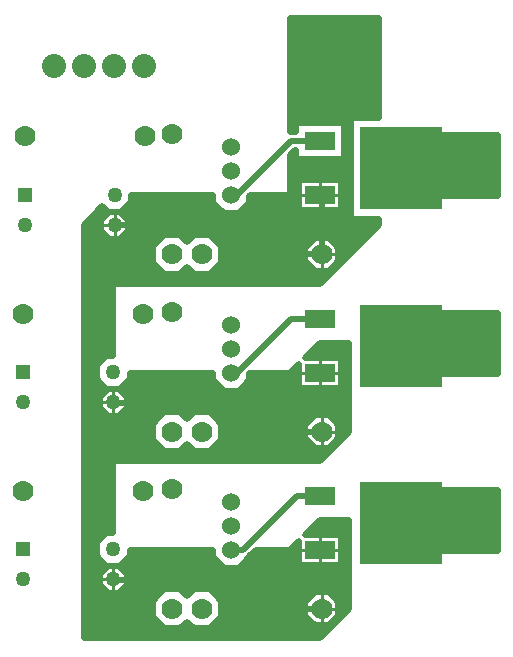
<source format=gbr>
G04 PROTEUS GERBER X2 FILE*
%TF.GenerationSoftware,Labcenter,Proteus,8.6-SP2-Build23525*%
%TF.CreationDate,2017-06-21T11:24:34+00:00*%
%TF.FileFunction,Copper,L1,Top*%
%TF.FilePolarity,Positive*%
%TF.Part,Single*%
%FSLAX45Y45*%
%MOMM*%
G01*
%TA.AperFunction,Conductor*%
%ADD10C,0.508000*%
%ADD11C,0.635000*%
%ADD12C,0.254000*%
%TA.AperFunction,ComponentPad*%
%ADD13C,1.524000*%
%TA.AperFunction,SMDPad,CuDef*%
%ADD14R,6.985000X6.985000*%
%ADD15R,2.540000X1.524000*%
%TA.AperFunction,ComponentPad*%
%ADD16C,1.778000*%
%TA.AperFunction,ComponentPad*%
%ADD17R,1.270000X1.270000*%
%ADD18C,1.270000*%
%ADD19C,2.032000*%
%TD.AperFunction*%
G36*
X-5500000Y+3250000D02*
X-5500000Y+3750000D01*
X-5000000Y+3750000D01*
X-5000000Y+3250000D01*
X-5500000Y+3250000D01*
G37*
G36*
X-6000000Y+3904049D02*
X-6234569Y+3904049D01*
X-6234569Y+3053151D01*
X-6000000Y+3053151D01*
X-6000000Y+3000000D01*
X-6500000Y+2500000D01*
X-8250000Y+2500000D01*
X-8250000Y+1893699D01*
X-8307865Y+1893699D01*
X-8389699Y+1811865D01*
X-8389699Y+1696135D01*
X-8307865Y+1614301D01*
X-8192135Y+1614301D01*
X-8110301Y+1696135D01*
X-8110301Y+1750000D01*
X-7402399Y+1750000D01*
X-7402399Y+1686874D01*
X-7313126Y+1597601D01*
X-7186874Y+1597601D01*
X-7097601Y+1686874D01*
X-7097601Y+1744639D01*
X-7092240Y+1750000D01*
X-6750000Y+1750000D01*
X-6677799Y+1822201D01*
X-6677799Y+1623001D01*
X-6322201Y+1623001D01*
X-6322201Y+1876999D01*
X-6623001Y+1876999D01*
X-6500000Y+2000000D01*
X-6250000Y+2000000D01*
X-6250000Y+1250000D01*
X-6500000Y+1000000D01*
X-8250000Y+1000000D01*
X-8250000Y+393699D01*
X-8307865Y+393699D01*
X-8389699Y+311865D01*
X-8389699Y+196135D01*
X-8307865Y+114301D01*
X-8192135Y+114301D01*
X-8110301Y+196135D01*
X-8110301Y+250000D01*
X-7402399Y+250000D01*
X-7402399Y+186874D01*
X-7313126Y+97601D01*
X-7186874Y+97601D01*
X-7097601Y+186874D01*
X-7097601Y+194639D01*
X-7042240Y+250000D01*
X-6750000Y+250000D01*
X-6677799Y+322201D01*
X-6677799Y+123001D01*
X-6322201Y+123001D01*
X-6322201Y+376999D01*
X-6623001Y+376999D01*
X-6500000Y+500000D01*
X-6250000Y+500000D01*
X-6250000Y-250000D01*
X-6500000Y-500000D01*
X-8500000Y-500000D01*
X-8500000Y+3000000D01*
X-8342782Y+3157218D01*
X-8295865Y+3110301D01*
X-8180135Y+3110301D01*
X-8098301Y+3192135D01*
X-8098301Y+3250000D01*
X-7402399Y+3250000D01*
X-7402399Y+3186874D01*
X-7313126Y+3097601D01*
X-7186874Y+3097601D01*
X-7097601Y+3186874D01*
X-7097601Y+3244639D01*
X-7092240Y+3250000D01*
X-6750000Y+3250000D01*
X-6750000Y+3592240D01*
X-6711239Y+3631001D01*
X-6703199Y+3631001D01*
X-6703199Y+3554801D01*
X-6296801Y+3554801D01*
X-6296801Y+3859599D01*
X-6703199Y+3859599D01*
X-6703199Y+3783399D01*
X-6750000Y+3783399D01*
X-6750000Y+4750000D01*
X-6000000Y+4750000D01*
X-6000000Y+3904049D01*
G37*
%LPC*%
G36*
X-6677799Y+3376999D02*
X-6677799Y+3123001D01*
X-6322201Y+3123001D01*
X-6322201Y+3376999D01*
X-6677799Y+3376999D01*
G37*
G36*
X-7334901Y+2818386D02*
X-7334901Y+2681614D01*
X-7431614Y+2584901D01*
X-7568386Y+2584901D01*
X-7625000Y+2641515D01*
X-7681614Y+2584901D01*
X-7818386Y+2584901D01*
X-7915099Y+2681614D01*
X-7915099Y+2818386D01*
X-7818386Y+2915099D01*
X-7681614Y+2915099D01*
X-7625000Y+2858485D01*
X-7568386Y+2915099D01*
X-7431614Y+2915099D01*
X-7334901Y+2818386D01*
G37*
G36*
X-6541865Y+2610301D02*
X-6426135Y+2610301D01*
X-6344301Y+2692135D01*
X-6344301Y+2807865D01*
X-6426135Y+2889699D01*
X-6541865Y+2889699D01*
X-6623699Y+2807865D01*
X-6623699Y+2692135D01*
X-6541865Y+2610301D01*
G37*
G36*
X-8352299Y+3043344D02*
X-8352299Y+2948656D01*
X-8285344Y+2881701D01*
X-8190656Y+2881701D01*
X-8123701Y+2948656D01*
X-8123701Y+3043344D01*
X-8190656Y+3110299D01*
X-8285344Y+3110299D01*
X-8352299Y+3043344D01*
G37*
G36*
X-7334901Y+1318386D02*
X-7334901Y+1181614D01*
X-7431614Y+1084901D01*
X-7568386Y+1084901D01*
X-7625000Y+1141515D01*
X-7681614Y+1084901D01*
X-7818386Y+1084901D01*
X-7915099Y+1181614D01*
X-7915099Y+1318386D01*
X-7818386Y+1415099D01*
X-7681614Y+1415099D01*
X-7625000Y+1358485D01*
X-7568386Y+1415099D01*
X-7431614Y+1415099D01*
X-7334901Y+1318386D01*
G37*
G36*
X-6541865Y+1110301D02*
X-6426135Y+1110301D01*
X-6344301Y+1192135D01*
X-6344301Y+1307865D01*
X-6426135Y+1389699D01*
X-6541865Y+1389699D01*
X-6623699Y+1307865D01*
X-6623699Y+1192135D01*
X-6541865Y+1110301D01*
G37*
G36*
X-7334901Y-181614D02*
X-7334901Y-318386D01*
X-7431614Y-415099D01*
X-7568386Y-415099D01*
X-7625000Y-358485D01*
X-7681614Y-415099D01*
X-7818386Y-415099D01*
X-7915099Y-318386D01*
X-7915099Y-181614D01*
X-7818386Y-84901D01*
X-7681614Y-84901D01*
X-7625000Y-141515D01*
X-7568386Y-84901D01*
X-7431614Y-84901D01*
X-7334901Y-181614D01*
G37*
G36*
X-6541865Y-389699D02*
X-6426135Y-389699D01*
X-6344301Y-307865D01*
X-6344301Y-192135D01*
X-6426135Y-110301D01*
X-6541865Y-110301D01*
X-6623699Y-192135D01*
X-6623699Y-307865D01*
X-6541865Y-389699D01*
G37*
G36*
X-8364299Y+1547344D02*
X-8364299Y+1452656D01*
X-8297344Y+1385701D01*
X-8202656Y+1385701D01*
X-8135701Y+1452656D01*
X-8135701Y+1547344D01*
X-8202656Y+1614299D01*
X-8297344Y+1614299D01*
X-8364299Y+1547344D01*
G37*
G36*
X-8364299Y+47344D02*
X-8364299Y-47344D01*
X-8297344Y-114299D01*
X-8202656Y-114299D01*
X-8135701Y-47344D01*
X-8135701Y+47344D01*
X-8202656Y+114299D01*
X-8297344Y+114299D01*
X-8364299Y+47344D01*
G37*
%LPD*%
G36*
X-5500000Y+1750000D02*
X-5500000Y+2250000D01*
X-5000000Y+2250000D01*
X-5000000Y+1750000D01*
X-5500000Y+1750000D01*
G37*
G36*
X-5500000Y+250000D02*
X-5500000Y+750000D01*
X-5000000Y+750000D01*
X-5000000Y+250000D01*
X-5500000Y+250000D01*
G37*
D10*
X-6484000Y+2750000D02*
X-6484000Y+3234000D01*
X-6500000Y+3250000D01*
X-6484000Y+2750000D02*
X-6921244Y+2750000D01*
X-7089422Y+2918178D01*
X-7167244Y+2996000D01*
X-8238000Y+2996000D01*
X-6500000Y+1250000D02*
X-6937244Y+1250000D01*
X-7183244Y+1496000D01*
X-8254000Y+1496000D01*
X-6484000Y-250000D02*
X-6921244Y-250000D01*
X-7167244Y-4000D01*
X-8238000Y-4000D01*
X-6500000Y+3707200D02*
X-6742800Y+3707200D01*
X-7200000Y+3250000D01*
X-7250000Y+3250000D01*
X-6500000Y+2207200D02*
X-6742800Y+2207200D01*
X-7200000Y+1750000D01*
X-7250000Y+1750000D01*
X-6500000Y+707200D02*
X-6692800Y+707200D01*
X-7150000Y+250000D01*
X-7250000Y+250000D01*
D11*
X-5500000Y+3250000D02*
X-5500000Y+3750000D01*
X-5000000Y+3750000D01*
X-5000000Y+3250000D01*
X-5500000Y+3250000D01*
D10*
X-6000000Y+3904049D02*
X-6234569Y+3904049D01*
X-6234569Y+3053151D01*
X-6000000Y+3053151D01*
X-6000000Y+3000000D01*
X-6500000Y+2500000D01*
X-8250000Y+2500000D01*
X-8250000Y+1893699D01*
X-8307865Y+1893699D01*
X-8389699Y+1811865D01*
X-8389699Y+1696135D01*
X-8307865Y+1614301D01*
X-8192135Y+1614301D01*
X-8110301Y+1696135D01*
X-8110301Y+1750000D01*
X-7402399Y+1750000D01*
X-7402399Y+1686874D01*
X-7313126Y+1597601D01*
X-7186874Y+1597601D01*
X-7097601Y+1686874D01*
X-7097601Y+1744639D01*
X-7092240Y+1750000D01*
X-6750000Y+1750000D01*
X-6677799Y+1822201D01*
X-6677799Y+1623001D01*
X-6322201Y+1623001D01*
X-6322201Y+1876999D01*
X-6623001Y+1876999D01*
X-6500000Y+2000000D01*
X-6250000Y+2000000D01*
X-6250000Y+1250000D01*
X-6500000Y+1000000D01*
X-8250000Y+1000000D01*
X-8250000Y+393699D01*
X-8307865Y+393699D01*
X-8389699Y+311865D01*
X-8389699Y+196135D01*
X-8307865Y+114301D01*
X-8192135Y+114301D01*
X-8110301Y+196135D01*
X-8110301Y+250000D01*
X-7402399Y+250000D01*
X-7402399Y+186874D01*
X-7313126Y+97601D01*
X-7186874Y+97601D01*
X-7097601Y+186874D01*
X-7097601Y+194639D01*
X-7042240Y+250000D01*
X-6750000Y+250000D01*
X-6677799Y+322201D01*
X-6677799Y+123001D01*
X-6322201Y+123001D01*
X-6322201Y+376999D01*
X-6623001Y+376999D01*
X-6500000Y+500000D01*
X-6250000Y+500000D01*
X-6250000Y-250000D01*
X-6500000Y-500000D01*
X-8500000Y-500000D01*
X-8500000Y+3000000D01*
X-8342782Y+3157218D01*
X-8295865Y+3110301D01*
X-8180135Y+3110301D01*
X-8098301Y+3192135D01*
X-8098301Y+3250000D01*
X-7402399Y+3250000D01*
X-7402399Y+3186874D01*
X-7313126Y+3097601D01*
X-7186874Y+3097601D01*
X-7097601Y+3186874D01*
X-7097601Y+3244639D01*
X-7092240Y+3250000D01*
X-6750000Y+3250000D01*
X-6750000Y+3592240D01*
X-6711239Y+3631001D01*
X-6703199Y+3631001D01*
X-6703199Y+3554801D01*
X-6296801Y+3554801D01*
X-6296801Y+3859599D01*
X-6703199Y+3859599D01*
X-6703199Y+3783399D01*
X-6750000Y+3783399D01*
X-6750000Y+4750000D01*
X-6000000Y+4750000D01*
X-6000000Y+3904049D01*
X-6677799Y+3376999D02*
X-6677799Y+3123001D01*
X-6322201Y+3123001D01*
X-6322201Y+3376999D01*
X-6677799Y+3376999D01*
X-7334901Y+2818386D02*
X-7334901Y+2681614D01*
X-7431614Y+2584901D01*
X-7568386Y+2584901D01*
X-7625000Y+2641515D01*
X-7681614Y+2584901D01*
X-7818386Y+2584901D01*
X-7915099Y+2681614D01*
X-7915099Y+2818386D01*
X-7818386Y+2915099D01*
X-7681614Y+2915099D01*
X-7625000Y+2858485D01*
X-7568386Y+2915099D01*
X-7431614Y+2915099D01*
X-7334901Y+2818386D01*
X-6541865Y+2610301D02*
X-6426135Y+2610301D01*
X-6344301Y+2692135D01*
X-6344301Y+2807865D01*
X-6426135Y+2889699D01*
X-6541865Y+2889699D01*
X-6623699Y+2807865D01*
X-6623699Y+2692135D01*
X-6541865Y+2610301D01*
X-8352299Y+3043344D02*
X-8352299Y+2948656D01*
X-8285344Y+2881701D01*
X-8190656Y+2881701D01*
X-8123701Y+2948656D01*
X-8123701Y+3043344D01*
X-8190656Y+3110299D01*
X-8285344Y+3110299D01*
X-8352299Y+3043344D01*
X-7334901Y+1318386D02*
X-7334901Y+1181614D01*
X-7431614Y+1084901D01*
X-7568386Y+1084901D01*
X-7625000Y+1141515D01*
X-7681614Y+1084901D01*
X-7818386Y+1084901D01*
X-7915099Y+1181614D01*
X-7915099Y+1318386D01*
X-7818386Y+1415099D01*
X-7681614Y+1415099D01*
X-7625000Y+1358485D01*
X-7568386Y+1415099D01*
X-7431614Y+1415099D01*
X-7334901Y+1318386D01*
X-6541865Y+1110301D02*
X-6426135Y+1110301D01*
X-6344301Y+1192135D01*
X-6344301Y+1307865D01*
X-6426135Y+1389699D01*
X-6541865Y+1389699D01*
X-6623699Y+1307865D01*
X-6623699Y+1192135D01*
X-6541865Y+1110301D01*
X-7334901Y-181614D02*
X-7334901Y-318386D01*
X-7431614Y-415099D01*
X-7568386Y-415099D01*
X-7625000Y-358485D01*
X-7681614Y-415099D01*
X-7818386Y-415099D01*
X-7915099Y-318386D01*
X-7915099Y-181614D01*
X-7818386Y-84901D01*
X-7681614Y-84901D01*
X-7625000Y-141515D01*
X-7568386Y-84901D01*
X-7431614Y-84901D01*
X-7334901Y-181614D01*
X-6541865Y-389699D02*
X-6426135Y-389699D01*
X-6344301Y-307865D01*
X-6344301Y-192135D01*
X-6426135Y-110301D01*
X-6541865Y-110301D01*
X-6623699Y-192135D01*
X-6623699Y-307865D01*
X-6541865Y-389699D01*
X-8364299Y+1547344D02*
X-8364299Y+1452656D01*
X-8297344Y+1385701D01*
X-8202656Y+1385701D01*
X-8135701Y+1452656D01*
X-8135701Y+1547344D01*
X-8202656Y+1614299D01*
X-8297344Y+1614299D01*
X-8364299Y+1547344D01*
X-8364299Y+47344D02*
X-8364299Y-47344D01*
X-8297344Y-114299D01*
X-8202656Y-114299D01*
X-8135701Y-47344D01*
X-8135701Y+47344D01*
X-8202656Y+114299D01*
X-8297344Y+114299D01*
X-8364299Y+47344D01*
D12*
X-6500000Y+3376999D02*
X-6500000Y+3250000D01*
X-6500000Y+3123001D02*
X-6500000Y+3250000D01*
X-6677799Y+3250000D02*
X-6500000Y+3250000D01*
X-6322201Y+3250000D02*
X-6500000Y+3250000D01*
X-6500000Y+1876999D02*
X-6500000Y+1750000D01*
X-6500000Y+1623001D02*
X-6500000Y+1750000D01*
X-6677799Y+1750000D02*
X-6500000Y+1750000D01*
X-6322201Y+1750000D02*
X-6500000Y+1750000D01*
X-6500000Y+123001D02*
X-6500000Y+250000D01*
X-6500000Y+376999D02*
X-6500000Y+250000D01*
X-6322201Y+250000D02*
X-6500000Y+250000D01*
X-6677799Y+250000D02*
X-6500000Y+250000D01*
X-6623699Y+2750000D02*
X-6484000Y+2750000D01*
X-6344301Y+2750000D02*
X-6484000Y+2750000D01*
X-6484000Y+2610301D02*
X-6484000Y+2750000D01*
X-6484000Y+2889699D02*
X-6484000Y+2750000D01*
X-8238000Y+3110299D02*
X-8238000Y+2996000D01*
X-8238000Y+2881701D02*
X-8238000Y+2996000D01*
X-8352299Y+2996000D02*
X-8238000Y+2996000D01*
X-8123701Y+2996000D02*
X-8238000Y+2996000D01*
X-6623699Y+1250000D02*
X-6484000Y+1250000D01*
X-6344301Y+1250000D02*
X-6484000Y+1250000D01*
X-6484000Y+1110301D02*
X-6484000Y+1250000D01*
X-6484000Y+1389699D02*
X-6484000Y+1250000D01*
X-6623699Y-250000D02*
X-6484000Y-250000D01*
X-6344301Y-250000D02*
X-6484000Y-250000D01*
X-6484000Y-389699D02*
X-6484000Y-250000D01*
X-6484000Y-110301D02*
X-6484000Y-250000D01*
X-8250000Y+1614299D02*
X-8250000Y+1500000D01*
X-8250000Y+1385701D02*
X-8250000Y+1500000D01*
X-8364299Y+1500000D02*
X-8250000Y+1500000D01*
X-8135701Y+1500000D02*
X-8250000Y+1500000D01*
X-8250000Y+114299D02*
X-8250000Y+0D01*
X-8250000Y-114299D02*
X-8250000Y+0D01*
X-8364299Y+0D02*
X-8250000Y+0D01*
X-8135701Y+0D02*
X-8250000Y+0D01*
D11*
X-5500000Y+1750000D02*
X-5500000Y+2250000D01*
X-5000000Y+2250000D01*
X-5000000Y+1750000D01*
X-5500000Y+1750000D01*
X-5500000Y+250000D02*
X-5500000Y+750000D01*
X-5000000Y+750000D01*
X-5000000Y+250000D01*
X-5500000Y+250000D01*
D13*
X-7250000Y+3656400D03*
X-7250000Y+3453200D03*
X-7250000Y+3250000D03*
D14*
X-5809120Y+3478600D03*
D15*
X-6500000Y+3707200D03*
X-6500000Y+3250000D03*
D14*
X-5809120Y+1978600D03*
D15*
X-6500000Y+2207200D03*
X-6500000Y+1750000D03*
D13*
X-7250000Y+2156400D03*
X-7250000Y+1953200D03*
X-7250000Y+1750000D03*
D14*
X-5809120Y+478600D03*
D15*
X-6500000Y+707200D03*
X-6500000Y+250000D03*
D13*
X-7250000Y+656400D03*
X-7250000Y+453200D03*
X-7250000Y+250000D03*
D16*
X-7500000Y+2750000D03*
X-6484000Y+2750000D03*
X-7750000Y+2750000D03*
X-7750000Y+3766000D03*
D17*
X-9000000Y+3250000D03*
D18*
X-9000000Y+2996000D03*
X-8238000Y+2996000D03*
X-8238000Y+3250000D03*
D16*
X-7984000Y+3750000D03*
X-9000000Y+3750000D03*
X-7500000Y+1250000D03*
X-6484000Y+1250000D03*
X-7500000Y-250000D03*
X-6484000Y-250000D03*
X-7750000Y+1250000D03*
X-7750000Y+2266000D03*
X-8000000Y+2250000D03*
X-9016000Y+2250000D03*
X-7750000Y-250000D03*
X-7750000Y+766000D03*
X-8000000Y+750000D03*
X-9016000Y+750000D03*
D17*
X-9012000Y+1754000D03*
D18*
X-9012000Y+1500000D03*
X-8250000Y+1500000D03*
X-8250000Y+1754000D03*
D17*
X-9012000Y+254000D03*
D18*
X-9012000Y+0D03*
X-8250000Y+0D03*
X-8250000Y+254000D03*
D19*
X-8750000Y+4350000D03*
X-8496000Y+4350000D03*
X-8242000Y+4350000D03*
X-7988000Y+4350000D03*
M02*

</source>
